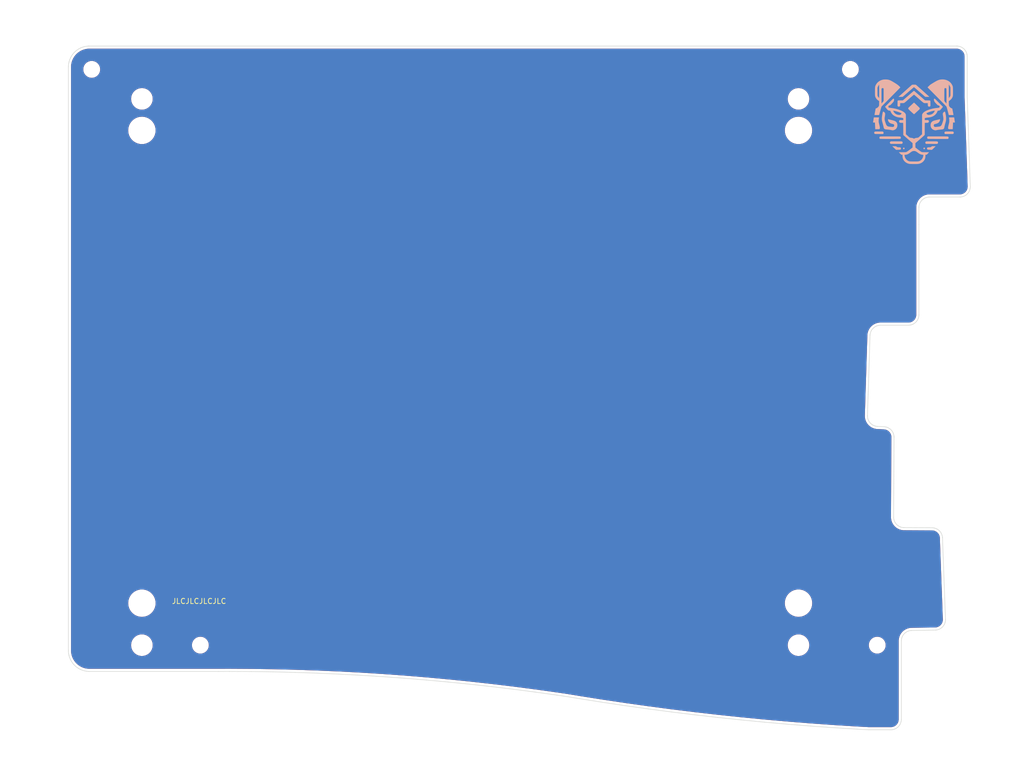
<source format=kicad_pcb>
(kicad_pcb (version 20211014) (generator pcbnew)
  (layers (0 "F.Cu" signal) (31 "B.Cu" signal) (34 "B.Paste" user) (35 "F.Paste" user) (36 "B.SilkS" user "B.Silkscreen") (37 "F.SilkS" user "F.Silkscreen") (38 "B.Mask" user) (39 "F.Mask" user) (44 "Edge.Cuts" user))
  (net 0 "")
  (footprint "" (layer "F.Cu") (at 65.829206 142.618025 180)
    (fp_text reference "" (at 0 0) (layer "F.SilkS") (effects (font (size 1.27 1.27))))
    (fp_text value "" (at 0 0) (layer "F.SilkS") (effects (font (size 1.27 1.27))))
    (pad "" np_thru_hole circle (at 0 0 88.4) (size 3.1 3.1) (drill 3.1) (layers F&B.Cu *.Mask))
  )
  (footprint "" (layer "F.Cu") (at 56.274206 33.000525)
    (fp_text reference "" (at 0 0) (layer "F.SilkS") (effects (font (size 1.27 1.27))))
    (fp_text value "" (at 0 0) (layer "F.SilkS") (effects (font (size 1.27 1.27))))
    (pad "" np_thru_hole circle (at 0 0 90) (size 2.2 2.2) (drill 2.2) (layers F&B.Cu *.Mask))
  )
  (footprint "" (layer "F.Cu") (at 190.829206 38.618025)
    (fp_text reference "" (at 0 0) (layer "F.SilkS") (effects (font (size 1.27 1.27))))
    (fp_text value "" (at 0 0) (layer "F.SilkS") (effects (font (size 1.27 1.27))))
    (pad "" np_thru_hole circle (at 0 0 268.4) (size 3.1 3.1) (drill 3.1) (layers F&B.Cu *.Mask))
  )
  (footprint "" (layer "F.Cu") (at 65.829206 38.618025)
    (fp_text reference "" (at 0 0) (layer "F.SilkS") (effects (font (size 1.27 1.27))))
    (fp_text value "" (at 0 0) (layer "F.SilkS") (effects (font (size 1.27 1.27))))
    (pad "" np_thru_hole circle (at 0 0 268.4) (size 3.1 3.1) (drill 3.1) (layers F&B.Cu *.Mask))
  )
  (footprint "" (layer "F.Cu") (at 190.829206 142.618025 180)
    (fp_text reference "" (at 0 0) (layer "F.SilkS") (effects (font (size 1.27 1.27))))
    (fp_text value "" (at 0 0) (layer "F.SilkS") (effects (font (size 1.27 1.27))))
    (pad "" np_thru_hole circle (at 0 0 88.4) (size 3.1 3.1) (drill 3.1) (layers F&B.Cu *.Mask))
  )
  (footprint "" (layer "F.Cu") (at 190.829206 134.618025 180)
    (fp_text reference "" (at 0 0) (layer "F.SilkS") (effects (font (size 1.27 1.27))))
    (fp_text value "" (at 0 0) (layer "F.SilkS") (effects (font (size 1.27 1.27))))
    (pad "" np_thru_hole circle (at 0 0 88.4) (size 4.2 4.2) (drill 4.2) (layers F&B.Cu *.Mask))
  )
  (footprint "" (layer "F.Cu") (at 205.816706 142.618025)
    (fp_text reference "" (at 0 0) (layer "F.SilkS") (effects (font (size 1.27 1.27))))
    (fp_text value "" (at 0 0) (layer "F.SilkS") (effects (font (size 1.27 1.27))))
    (pad "" np_thru_hole circle (at 0 0 90) (size 2.2 2.2) (drill 2.2) (layers F&B.Cu *.Mask))
  )
  (footprint "" (layer "F.Cu") (at 65.829206 44.618025)
    (fp_text reference "" (at 0 0) (layer "F.SilkS") (effects (font (size 1.27 1.27))))
    (fp_text value "" (at 0 0) (layer "F.SilkS") (effects (font (size 1.27 1.27))))
    (pad "" np_thru_hole circle (at 0 0 268.4) (size 4.2 4.2) (drill 4.2) (layers F&B.Cu *.Mask))
  )
  (footprint "" (layer "F.Cu") (at 200.711706 33.000525)
    (fp_text reference "" (at 0 0) (layer "F.SilkS") (effects (font (size 1.27 1.27))))
    (fp_text value "" (at 0 0) (layer "F.SilkS") (effects (font (size 1.27 1.27))))
    (pad "" np_thru_hole circle (at 0 0 90) (size 2.2 2.2) (drill 2.2) (layers F&B.Cu *.Mask))
  )
  (footprint "" (layer "F.Cu") (at 65.829206 134.618025 180)
    (fp_text reference "" (at 0 0) (layer "F.SilkS") (effects (font (size 1.27 1.27))))
    (fp_text value "" (at 0 0) (layer "F.SilkS") (effects (font (size 1.27 1.27))))
    (pad "" np_thru_hole circle (at 0 0 88.4) (size 4.2 4.2) (drill 4.2) (layers F&B.Cu *.Mask))
  )
  (footprint "" (layer "F.Cu") (at 190.829206 44.618025)
    (fp_text reference "" (at 0 0) (layer "F.SilkS") (effects (font (size 1.27 1.27))))
    (fp_text value "" (at 0 0) (layer "F.SilkS") (effects (font (size 1.27 1.27))))
    (pad "" np_thru_hole circle (at 0 0 268.4) (size 4.2 4.2) (drill 4.2) (layers F&B.Cu *.Mask))
  )
  (footprint "" (layer "F.Cu") (at 76.959206 142.618025)
    (fp_text reference "" (at 0 0) (layer "F.SilkS") (effects (font (size 1.27 1.27))))
    (fp_text value "" (at 0 0) (layer "F.SilkS") (effects (font (size 1.27 1.27))))
    (pad "" np_thru_hole circle (at 0 0 90) (size 2.2 2.2) (drill 2.2) (layers F&B.Cu *.Mask))
  )
  (footprint "LOGO" (layer "B.Cu") (at 212.801706 42.652525 180)
    (fp_text reference "G***" hide)
    (fp_text value "LOGO" hide)
  )
  (gr_line (start 222.979217 56.696817) (end 222.761552 56.891514) (layer "Edge.Cuts") (width 0.1))
  (gr_line (start 212.341127 139.819279) (end 212.201446 139.82627) (layer "Edge.Cuts") (width 0.1))
  (gr_line (start 211.408346 140.082822) (end 211.176329 140.238977) (layer "Edge.Cuts") (width 0.1))
  (gr_line (start 206.445998 81.705525) (end 206.306025 81.707869) (layer "Edge.Cuts") (width 0.1))
  (gr_line (start 210.165348 157.690238) (end 210.010875 157.9306) (layer "Edge.Cuts") (width 0.1))
  (gr_line (start 51.829206 143.618025) (end 51.829206 32.555525) (layer "Edge.Cuts") (width 0.1))
  (gr_line (start 218.18803 121.778477) (end 218.236613 122.052259) (layer "Edge.Cuts") (width 0.1))
  (gr_line (start 80.404206 147.618025) (end 55.829206 147.618025) (layer "Edge.Cuts") (width 0.1))
  (gr_line (start 210.927825 120.235112) (end 216.256364 120.26439) (layer "Edge.Cuts") (width 0.1))
  (gr_line (start 213.170217 81.121531) (end 212.954284 81.308636) (layer "Edge.Cuts") (width 0.1))
  (gr_line (start 208.795468 102.100792) (end 208.90643 102.355354) (layer "Edge.Cuts") (width 0.1))
  (gr_line (start 217.639128 120.826535) (end 217.824868 121.03346) (layer "Edge.Cuts") (width 0.1))
  (gr_line (start 222.905888 30.129828) (end 222.946549 30.412657) (layer "Edge.Cuts") (width 0.1))
  (gr_line (start 218.101991 121.514064) (end 218.18803 121.778477) (layer "Edge.Cuts") (width 0.1))
  (gr_line (start 209.730067 119.8317) (end 209.96956 119.987453) (layer "Edge.Cuts") (width 0.1))
  (gr_line (start 208.269451 101.461679) (end 208.473887 101.649616) (layer "Edge.Cuts") (width 0.1))
  (gr_line (start 213.511798 80.665238) (end 213.357325 80.9056) (layer "Edge.Cuts") (width 0.1))
  (gr_line (start 52.06076 31.207154) (end 52.21107 30.844274) (layer "Edge.Cuts") (width 0.1))
  (gr_line (start 213.754206 59.305525) (end 213.754206 62.493745) (layer "Edge.Cuts") (width 0.1))
  (gr_line (start 210.010875 157.9306) (end 209.823767 158.146531) (layer "Edge.Cuts") (width 0.1))
  (gr_line (start 207.792873 101.179107) (end 208.040982 101.303831) (layer "Edge.Cuts") (width 0.1))
  (gr_line (start 216.395378 120.267542) (end 216.670542 120.307569) (layer "Edge.Cuts") (width 0.1))
  (gr_line (start 119.966068 149.255407) (end 115.810621 148.914816) (layer "Edge.Cuts") (width 0.1))
  (gr_line (start 52.396205 145.67568) (end 52.211048 145.32928) (layer "Edge.Cuts") (width 0.1))
  (gr_line (start 221.648864 28.679121) (end 221.908779 28.797822) (layer "Edge.Cuts") (width 0.1))
  (gr_line (start 210.405207 156.873385) (end 210.364541 157.156195) (layer "Edge.Cuts") (width 0.1))
  (gr_line (start 217.576236 139.599945) (end 217.304389 139.689883) (layer "Edge.Cuts") (width 0.1))
  (gr_line (start 209.515174 119.643453) (end 209.730067 119.8317) (layer "Edge.Cuts") (width 0.1))
  (gr_line (start 218.783884 138.103118) (end 218.713163 138.380586) (layer "Edge.Cuts") (width 0.1))
  (gr_line (start 51.870087 144.205302) (end 51.831585 143.814415) (layer "Edge.Cuts") (width 0.1))
  (gr_line (start 209.019627 103.0369) (end 208.938842 118.224504) (layer "Edge.Cuts") (width 0.1))
  (gr_line (start 208.040982 101.303831) (end 208.269451 101.461679) (layer "Edge.Cuts") (width 0.1))
  (gr_line (start 209.823767 158.146531) (end 209.607834 158.333636) (layer "Edge.Cuts") (width 0.1))
  (gr_line (start 218.814311 137.8184) (end 218.783884 138.103118) (layer "Edge.Cuts") (width 0.1))
  (gr_line (start 209.107572 158.606799) (end 208.833427 158.687295) (layer "Edge.Cuts") (width 0.1))
  (gr_line (start 222.365098 29.139424) (end 222.552214 29.35537) (layer "Edge.Cuts") (width 0.1))
  (gr_line (start 209.96956 119.987453) (end 210.228779 120.107542) (layer "Edge.Cuts") (width 0.1))
  (gr_line (start 107.490963 148.35207) (end 103.327502 148.129966) (layer "Edge.Cuts") (width 0.1))
  (gr_line (start 222.946549 30.412657) (end 222.949006 30.555525) (layer "Edge.Cuts") (width 0.1))
  (gr_line (start 206.306025 81.707869) (end 206.028816 81.746908) (layer "Edge.Cuts") (width 0.1))
  (gr_line (start 210.407756 156.730525) (end 210.405207 156.873385) (layer "Edge.Cuts") (width 0.1))
  (gr_line (start 203.959424 99.046602) (end 203.99027 99.327425) (layer "Edge.Cuts") (width 0.1))
  (gr_line (start 209.058809 118.924885) (end 209.176095 119.185384) (layer "Edge.Cuts") (width 0.1))
  (gr_line (start 218.277618 139.114198) (end 218.067876 139.30913) (layer "Edge.Cuts") (width 0.1))
  (gr_line (start 204.92464 100.682767) (end 205.176127 100.811481) (layer "Edge.Cuts") (width 0.1))
  (gr_line (start 213.754206 62.493745) (end 213.754206 79.705525) (layer "Edge.Cuts") (width 0.1))
  (gr_line (start 203.96148 98.90534) (end 203.959424 99.046602) (layer "Edge.Cuts") (width 0.1))
  (gr_line (start 124.118093 149.635438) (end 119.966068 149.255407) (layer "Edge.Cuts") (width 0.1))
  (gr_line (start 223.318677 56.223433) (end 223.166251 56.472533) (layer "Edge.Cuts") (width 0.1))
  (gr_line (start 223.166251 56.472533) (end 222.979217 56.696817) (layer "Edge.Cuts") (width 0.1))
  (gr_line (start 205.176127 100.811481) (end 205.443225 100.903524) (layer "Edge.Cuts") (width 0.1))
  (gr_line (start 212.201446 139.82627) (end 211.925953 139.874437) (layer "Edge.Cuts") (width 0.1))
  (gr_line (start 146.876006 152.431325) (end 144.813816 152.125856) (layer "Edge.Cuts") (width 0.1))
  (gr_line (start 132.410384 150.513676) (end 128.266323 150.054873) (layer "Edge.Cuts") (width 0.1))
  (gr_line (start 213.756651 59.162656) (end 213.754206 59.305525) (layer "Edge.Cuts") (width 0.1))
  (gr_line (start 205.720617 100.957065) (end 205.86158 100.966482) (layer "Edge.Cuts") (width 0.1))
  (gr_line (start 218.603593 138.645131) (end 218.457416 138.891347) (layer "Edge.Cuts") (width 0.1))
  (gr_line (start 213.877811 58.605662) (end 213.797312 58.879826) (layer "Edge.Cuts") (width 0.1))
  (gr_line (start 157.844882 154.141217) (end 153.452801 153.486432) (layer "Edge.Cuts") (width 0.1))
  (gr_line (start 55.241928 147.577118) (end 54.856696 147.500491) (layer "Edge.Cuts") (width 0.1))
  (gr_line (start 103.327502 148.129966) (end 99.16212 147.947403) (layer "Edge.Cuts") (width 0.1))
  (gr_line (start 53.771547 147.051011) (end 53.444962 146.832796) (layer "Edge.Cuts") (width 0.1))
  (gr_line (start 222.517885 57.052485) (end 222.253398 57.176305) (layer "Edge.Cuts") (width 0.1))
  (gr_line (start 53.141339 146.58362) (end 52.863601 146.305884) (layer "Edge.Cuts") (width 0.1))
  (gr_line (start 209.018066 102.898043) (end 209.019627 103.0369) (layer "Edge.Cuts") (width 0.1))
  (gr_line (start 223.539971 55.382153) (end 223.507546 55.672383) (layer "Edge.Cuts") (width 0.1))
  (gr_line (start 216.670542 120.307569) (end 216.937508 120.385326) (layer "Edge.Cuts") (width 0.1))
  (gr_line (start 52.614423 146.002263) (end 52.396205 145.67568) (layer "Edge.Cuts") (width 0.1))
  (gr_line (start 211.754206 81.705525) (end 206.445998 81.705525) (layer "Edge.Cuts") (width 0.1))
  (gr_line (start 205.759759 81.824224) (end 205.504113 81.938306) (layer "Edge.Cuts") (width 0.1))
  (gr_line (start 53.141352 29.589935) (end 53.444973 29.34076) (layer "Edge.Cuts") (width 0.1))
  (gr_line (start 221.091874 28.557953) (end 221.374702 28.598619) (layer "Edge.Cuts") (width 0.1))
  (gr_line (start 204.709632 82.707927) (end 204.587484 82.959818) (layer "Edge.Cuts") (width 0.1))
  (gr_line (start 222.761552 56.891514) (end 222.517885 57.052485) (layer "Edge.Cuts") (width 0.1))
  (gr_line (start 211.897066 81.702958) (end 211.754206 81.705525) (layer "Edge.Cuts") (width 0.1))
  (gr_line (start 223.433254 55.954812) (end 223.318677 56.223433) (layer "Edge.Cuts") (width 0.1))
  (gr_line (start 208.938842 118.224504) (end 208.940632 118.367358) (layer "Edge.Cuts") (width 0.1))
  (gr_line (start 166.645086 155.337648) (end 162.242419 154.758304) (layer "Edge.Cuts") (width 0.1))
  (gr_line (start 213.710991 80.131195) (end 213.630492 80.40534) (layer "Edge.Cuts") (width 0.1))
  (gr_line (start 222.149154 28.952304) (end 222.365098 29.139424) (layer "Edge.Cuts") (width 0.1))
  (gr_line (start 214.794429 57.547818) (end 214.554051 57.7023) (layer "Edge.Cuts") (width 0.1))
  (gr_line (start 210.228779 120.107542) (end 210.502449 120.189522) (layer "Edge.Cuts") (width 0.1))
  (gr_line (start 207.257105 101.037945) (end 207.529895 101.089907) (layer "Edge.Cuts") (width 0.1))
  (gr_line (start 221.973715 57.260343) (end 221.684783 57.302811) (layer "Edge.Cuts") (width 0.1))
  (gr_line (start 82.488892 147.612834) (end 80.404206 147.618025) (layer "Edge.Cuts") (width 0.1))
  (gr_line (start 208.650357 101.864028) (end 208.795468 102.100792) (layer "Edge.Cuts") (width 0.1))
  (gr_line (start 222.949044 38.266369) (end 222.949646 38.301068) (layer "Edge.Cuts") (width 0.1))
  (gr_line (start 212.454022 81.581799) (end 212.179877 81.662295) (layer "Edge.Cuts") (width 0.1))
  (gr_line (start 171.052561 155.879206) (end 166.645086 155.337648) (layer "Edge.Cuts") (width 0.1))
  (gr_line (start 222.706693 29.595749) (end 222.82539 29.855665) (layer "Edge.Cuts") (width 0.1))
  (gr_line (start 153.452801 153.486432) (end 149.066498 152.793997) (layer "Edge.Cuts") (width 0.1))
  (gr_line (start 52.060736 144.9664) (end 51.946716 144.590534) (layer "Edge.Cuts") (width 0.1))
  (gr_line (start 216.879486 139.747376) (end 212.341127 139.819279) (layer "Edge.Cuts") (width 0.1))
  (gr_line (start 217.426516 120.647335) (end 217.639128 120.826535) (layer "Edge.Cuts") (width 0.1))
  (gr_line (start 210.968328 140.425932) (end 210.788402 140.640042) (layer "Edge.Cuts") (width 0.1))
  (gr_line (start 204.865715 82.475532) (end 204.709632 82.707927) (layer "Edge.Cuts") (width 0.1))
  (gr_line (start 203.99027 99.327425) (end 204.060329 99.601113) (layer "Edge.Cuts") (width 0.1))
  (gr_line (start 216.256364 120.26439) (end 216.395378 120.267542) (layer "Edge.Cuts") (width 0.1))
  (gr_line (start 207.118545 101.028708) (end 207.257105 101.037945) (layer "Edge.Cuts") (width 0.1))
  (gr_line (start 210.788402 140.640042) (end 210.640058 140.877131) (layer "Edge.Cuts") (width 0.1))
  (gr_line (start 193.150687 158.018913) (end 188.724045 157.666826) (layer "Edge.Cuts") (width 0.1))
  (gr_line (start 209.607834 158.333636) (end 209.367472 158.488107) (layer "Edge.Cuts") (width 0.1))
  (gr_line (start 222.253398 57.176305) (end 221.973715 57.260343) (layer "Edge.Cuts") (width 0.1))
  (gr_line (start 221.374702 28.598619) (end 221.648864 28.679121) (layer "Edge.Cuts") (width 0.1))
  (gr_line (start 223.507546 55.672383) (end 223.433254 55.954812) (layer "Edge.Cuts") (width 0.1))
  (gr_line (start 90.827094 147.700962) (end 86.658202 147.637105) (layer "Edge.Cuts") (width 0.1))
  (gr_line (start 51.831585 143.814415) (end 51.829206 143.618025) (layer "Edge.Cuts") (width 0.1))
  (gr_line (start 208.473887 101.649616) (end 208.650357 101.864028) (layer "Edge.Cuts") (width 0.1))
  (gr_line (start 51.946742 31.583019) (end 52.06076 31.207154) (layer "Edge.Cuts") (width 0.1))
  (gr_line (start 216.937508 120.385326) (end 217.191129 120.499314) (layer "Edge.Cuts") (width 0.1))
  (gr_line (start 217.824868 121.03346) (end 217.980154 121.264118) (layer "Edge.Cuts") (width 0.1))
  (gr_line (start 54.8567 28.673062) (end 55.24193 28.596435) (layer "Edge.Cuts") (width 0.1))
  (gr_line (start 208.981108 102.622818) (end 209.018066 102.898043) (layer "Edge.Cuts") (width 0.1))
  (gr_line (start 218.713163 138.380586) (end 218.603593 138.645131) (layer "Edge.Cuts") (width 0.1))
  (gr_line (start 54.117955 28.937389) (end 54.480835 28.78708) (layer "Edge.Cuts") (width 0.1))
  (gr_line (start 218.244033 122.19111) (end 218.811514 137.675237) (layer "Edge.Cuts") (width 0.1))
  (gr_line (start 52.863616 29.867671) (end 53.141352 29.589935) (layer "Edge.Cuts") (width 0.1))
  (gr_line (start 184.300586 157.276781) (end 179.880636 156.848809) (layer "Edge.Cuts") (width 0.1))
  (gr_line (start 218.457416 138.891347) (end 218.277618 139.114198) (layer "Edge.Cuts") (width 0.1))
  (gr_line (start 94.995192 147.804398) (end 90.827094 147.700962) (layer "Edge.Cuts") (width 0.1))
  (gr_line (start 206.028816 81.746908) (end 205.759759 81.824224) (layer "Edge.Cuts") (width 0.1))
  (gr_line (start 51.946716 144.590534) (end 51.870087 144.205302) (layer "Edge.Cuts") (width 0.1))
  (gr_line (start 222.95021 38.318411) (end 223.537561 55.236131) (layer "Edge.Cuts") (width 0.1))
  (gr_line (start 218.067876 139.30913) (end 217.832478 139.472156) (layer "Edge.Cuts") (width 0.1))
  (gr_line (start 188.724045 157.666826) (end 184.300586 157.276781) (layer "Edge.Cuts") (width 0.1))
  (gr_line (start 211.176329 140.238977) (end 210.968328 140.425932) (layer "Edge.Cuts") (width 0.1))
  (gr_line (start 52.863601 146.305884) (end 52.614423 146.002263) (layer "Edge.Cuts") (width 0.1))
  (gr_line (start 210.364541 157.156195) (end 210.284042 157.43034) (layer "Edge.Cuts") (width 0.1))
  (gr_line (start 175.464519 156.382939) (end 171.052561 155.879206) (layer "Edge.Cuts") (width 0.1))
  (gr_line (start 204.447009 83.641937) (end 203.96148 98.90534) (layer "Edge.Cuts") (width 0.1))
  (gr_line (start 115.810621 148.914816) (end 111.652128 148.613694) (layer "Edge.Cuts") (width 0.1))
  (gr_line (start 204.587484 82.959818) (end 204.501656 83.226281) (layer "Edge.Cuts") (width 0.1))
  (gr_line (start 99.16212 147.947403) (end 94.995192 147.804398) (layer "Edge.Cuts") (width 0.1))
  (gr_line (start 111.652128 148.613694) (end 107.490963 148.35207) (layer "Edge.Cuts") (width 0.1))
  (gr_line (start 213.630492 80.40534) (end 213.511798 80.665238) (layer "Edge.Cuts") (width 0.1))
  (gr_line (start 213.357325 80.9056) (end 213.170217 81.121531) (layer "Edge.Cuts") (width 0.1))
  (gr_line (start 54.480835 28.78708) (end 54.8567 28.673062) (layer "Edge.Cuts") (width 0.1))
  (gr_line (start 213.996509 58.345745) (end 213.877811 58.605662) (layer "Edge.Cuts") (width 0.1))
  (gr_line (start 149.066498 152.793997) (end 146.876006 152.431325) (layer "Edge.Cuts") (width 0.1))
  (gr_line (start 210.449023 141.401389) (end 210.410056 141.678333) (layer "Edge.Cuts") (width 0.1))
  (gr_line (start 55.632817 28.557935) (end 55.829206 28.555525) (layer "Edge.Cuts") (width 0.1))
  (gr_line (start 86.658202 147.637105) (end 82.488892 147.612834) (layer "Edge.Cuts") (width 0.1))
  (gr_line (start 207.529895 101.089907) (end 207.792873 101.179107) (layer "Edge.Cuts") (width 0.1))
  (gr_line (start 52.21107 30.844274) (end 52.396224 30.497875) (layer "Edge.Cuts") (width 0.1))
  (gr_line (start 204.488107 100.326251) (end 204.693768 100.519943) (layer "Edge.Cuts") (width 0.1))
  (gr_line (start 53.771556 29.122544) (end 54.117955 28.937389) (layer "Edge.Cuts") (width 0.1))
  (gr_line (start 204.453826 83.50211) (end 204.447009 83.641937) (layer "Edge.Cuts") (width 0.1))
  (gr_line (start 218.236613 122.052259) (end 218.244033 122.19111) (layer "Edge.Cuts") (width 0.1))
  (gr_line (start 205.504113 81.938306) (end 205.266875 82.086924) (layer "Edge.Cuts") (width 0.1))
  (gr_line (start 215.328508 57.348616) (end 215.054345 57.429118) (layer "Edge.Cuts") (width 0.1))
  (gr_line (start 217.304389 139.689883) (end 217.022494 139.740133) (layer "Edge.Cuts") (width 0.1))
  (gr_line (start 55.829206 147.618025) (end 55.632816 147.615616) (layer "Edge.Cuts") (width 0.1))
  (gr_line (start 53.444962 146.832796) (end 53.141339 146.58362) (layer "Edge.Cuts") (width 0.1))
  (gr_line (start 54.480829 147.386474) (end 54.117948 147.236165) (layer "Edge.Cuts") (width 0.1))
  (gr_line (start 204.311749 100.105546) (end 204.488107 100.326251) (layer "Edge.Cuts") (width 0.1))
  (gr_line (start 144.813816 152.125856) (end 140.684503 151.549214) (layer "Edge.Cuts") (width 0.1))
  (gr_line (start 52.211048 145.32928) (end 52.060736 144.9664) (layer "Edge.Cuts") (width 0.1))
  (gr_line (start 218.811514 137.675237) (end 218.814311 137.8184) (layer "Edge.Cuts") (width 0.1))
  (gr_line (start 205.05268 82.267173) (end 204.865715 82.475532) (layer "Edge.Cuts") (width 0.1))
  (gr_line (start 212.179877 81.662295) (end 211.897066 81.702958) (layer "Edge.Cuts") (width 0.1))
  (gr_line (start 217.191129 120.499314) (end 217.426516 120.647335) (layer "Edge.Cuts") (width 0.1))
  (gr_line (start 208.407756 158.730525) (end 204.229206 158.730525) (layer "Edge.Cuts") (width 0.1))
  (gr_line (start 210.640058 140.877131) (end 210.526192 141.132573) (layer "Edge.Cuts") (width 0.1))
  (gr_line (start 222.82539 29.855665) (end 222.905888 30.129828) (layer "Edge.Cuts") (width 0.1))
  (gr_line (start 52.61444 30.171292) (end 52.863616 29.867671) (layer "Edge.Cuts") (width 0.1))
  (gr_line (start 210.526192 141.132573) (end 210.449023 141.401389) (layer "Edge.Cuts") (width 0.1))
  (gr_line (start 136.549901 151.011805) (end 132.410384 150.513676) (layer "Edge.Cuts") (width 0.1))
  (gr_line (start 209.329256 119.426543) (end 209.515174 119.643453) (layer "Edge.Cuts") (width 0.1))
  (gr_line (start 208.979785 118.650347) (end 209.058809 118.924885) (layer "Edge.Cuts") (width 0.1))
  (gr_line (start 220.949006 28.555525) (end 221.091874 28.557953) (layer "Edge.Cuts") (width 0.1))
  (gr_line (start 213.754206 79.705525) (end 213.751657 79.848385) (layer "Edge.Cuts") (width 0.1))
  (gr_line (start 217.832478 139.472156) (end 217.576236 139.599945) (layer "Edge.Cuts") (width 0.1))
  (gr_line (start 222.949006 30.555525) (end 222.949006 38.249017) (layer "Edge.Cuts") (width 0.1))
  (gr_line (start 210.407756 141.818169) (end 210.407756 156.730525) (layer "Edge.Cuts") (width 0.1))
  (gr_line (start 179.880636 156.848809) (end 175.464519 156.382939) (layer "Edge.Cuts") (width 0.1))
  (gr_line (start 55.632816 147.615616) (end 55.241928 147.577118) (layer "Edge.Cuts") (width 0.1))
  (gr_line (start 223.537561 55.236131) (end 223.539971 55.382153) (layer "Edge.Cuts") (width 0.1))
  (gr_line (start 205.86158 100.966482) (end 207.118545 101.028708) (layer "Edge.Cuts") (width 0.1))
  (gr_line (start 128.266323 150.054873) (end 124.118093 149.635438) (layer "Edge.Cuts") (width 0.1))
  (gr_line (start 208.940632 118.367358) (end 208.979785 118.650347) (layer "Edge.Cuts") (width 0.1))
  (gr_line (start 212.954284 81.308636) (end 212.713922 81.463107) (layer "Edge.Cuts") (width 0.1))
  (gr_line (start 214.150989 58.105366) (end 213.996509 58.345745) (layer "Edge.Cuts") (width 0.1))
  (gr_line (start 212.713922 81.463107) (end 212.454022 81.581799) (layer "Edge.Cuts") (width 0.1))
  (gr_line (start 214.554051 57.7023) (end 214.338106 57.889419) (layer "Edge.Cuts") (width 0.1))
  (gr_line (start 54.117948 147.236165) (end 53.771547 147.051011) (layer "Edge.Cuts") (width 0.1))
  (gr_line (start 208.833427 158.687295) (end 208.550616 158.727958) (layer "Edge.Cuts") (width 0.1))
  (gr_line (start 55.829206 28.555525) (end 220.949006 28.555525) (layer "Edge.Cuts") (width 0.1))
  (gr_line (start 205.266875 82.086924) (end 205.05268 82.267173) (layer "Edge.Cuts") (width 0.1))
  (gr_line (start 197.580186 158.333017) (end 193.150687 158.018913) (layer "Edge.Cuts") (width 0.1))
  (gr_line (start 217.980154 121.264118) (end 218.101991 121.514064) (layer "Edge.Cuts") (width 0.1))
  (gr_line (start 215.611337 57.307952) (end 215.328508 57.348616) (layer "Edge.Cuts") (width 0.1))
  (gr_line (start 202.012216 158.609115) (end 197.580186 158.333017) (layer "Edge.Cuts") (width 0.1))
  (gr_line (start 51.870115 31.968249) (end 51.946742 31.583019) (layer "Edge.Cuts") (width 0.1))
  (gr_line (start 222.949646 38.301068) (end 222.95021 38.318411) (layer "Edge.Cuts") (width 0.1))
  (gr_line (start 140.684503 151.549214) (end 136.549901 151.011805) (layer "Edge.Cuts") (width 0.1))
  (gr_line (start 204.693768 100.519943) (end 204.92464 100.682767) (layer "Edge.Cuts") (width 0.1))
  (gr_line (start 217.022494 139.740133) (end 216.879486 139.747376) (layer "Edge.Cuts") (width 0.1))
  (gr_line (start 222.552214 29.35537) (end 222.706693 29.595749) (layer "Edge.Cuts") (width 0.1))
  (gr_line (start 210.410056 141.678333) (end 210.407756 141.818169) (layer "Edge.Cuts") (width 0.1))
  (gr_line (start 214.338106 57.889419) (end 214.150989 58.105366) (layer "Edge.Cuts") (width 0.1))
  (gr_line (start 221.538765 57.305525) (end 215.754206 57.305525) (layer "Edge.Cuts") (width 0.1))
  (gr_line (start 53.444973 29.34076) (end 53.771556 29.122544) (layer "Edge.Cuts") (width 0.1))
  (gr_line (start 215.054345 57.429118) (end 214.794429 57.547818) (layer "Edge.Cuts") (width 0.1))
  (gr_line (start 211.925953 139.874437) (end 211.659856 139.960513) (layer "Edge.Cuts") (width 0.1))
  (gr_line (start 221.684783 57.302811) (end 221.538765 57.305525) (layer "Edge.Cuts") (width 0.1))
  (gr_line (start 204.060329 99.601113) (end 204.168204 99.862219) (layer "Edge.Cuts") (width 0.1))
  (gr_line (start 210.502449 120.189522) (end 210.784999 120.231726) (layer "Edge.Cuts") (width 0.1))
  (gr_line (start 51.829206 32.555525) (end 51.831615 32.359136) (layer "Edge.Cuts") (width 0.1))
  (gr_line (start 215.754206 57.305525) (end 215.611337 57.307952) (layer "Edge.Cuts") (width 0.1))
  (gr_line (start 210.284042 157.43034) (end 210.165348 157.690238) (layer "Edge.Cuts") (width 0.1))
  (gr_line (start 208.90643 102.355354) (end 208.981108 102.622818) (layer "Edge.Cuts") (width 0.1))
  (gr_line (start 205.443225 100.903524) (end 205.720617 100.957065) (layer "Edge.Cuts") (width 0.1))
  (gr_line (start 222.949006 38.249017) (end 222.949044 38.266369) (layer "Edge.Cuts") (width 0.1))
  (gr_line (start 51.831615 32.359136) (end 51.870115 31.968249) (layer "Edge.Cuts") (width 0.1))
  (gr_line (start 209.367472 158.488107) (end 209.107572 158.606799) (layer "Edge.Cuts") (width 0.1))
  (gr_line (start 52.396224 30.497875) (end 52.61444 30.171292) (layer "Edge.Cuts") (width 0.1))
  (gr_line (start 204.229206 158.730525) (end 202.012216 158.609115) (layer "Edge.Cuts") (width 0.1))
  (gr_line (start 162.242419 154.758304) (end 157.844882 154.141217) (layer "Edge.Cuts") (width 0.1))
  (gr_line (start 208.550616 158.727958) (end 208.407756 158.730525) (layer "Edge.Cuts") (width 0.1))
  (gr_line (start 213.751657 79.848385) (end 213.710991 80.131195) (layer "Edge.Cuts") (width 0.1))
  (gr_line (start 209.176095 119.185384) (end 209.329256 119.426543) (layer "Edge.Cuts") (width 0.1))
  (gr_line (start 54.856696 147.500491) (end 54.480829 147.386474) (layer "Edge.Cuts") (width 0.1))
  (gr_line (start 211.659856 139.960513) (end 211.408346 140.082822) (layer "Edge.Cuts") (width 0.1))
  (gr_line (start 213.797312 58.879826) (end 213.756651 59.162656) (layer "Edge.Cuts") (width 0.1))
  (gr_line (start 221.908779 28.797822) (end 222.149154 28.952304) (layer "Edge.Cuts") (width 0.1))
  (gr_line (start 55.24193 28.596435) (end 55.632817 28.557935) (layer "Edge.Cuts") (width 0.1))
  (gr_line (start 204.168204 99.862219) (end 204.311749 100.105546) (layer "Edge.Cuts") (width 0.1))
  (gr_line (start 204.501656 83.226281) (end 204.453826 83.50211) (layer "Edge.Cuts") (width 0.1))
  (gr_line (start 210.784999 120.231726) (end 210.927825 120.235112) (layer "Edge.Cuts") (width 0.1))
  (gr_text "JLCJLCJLCJLC" (at 76.711706 134.242525) (layer "F.SilkS") (effects (font (size 1 1))))
  (zone (net 0) (net_name "") (layers F&B.Cu) (connect_pads (clearance 0.508)) (min_thickness 0.254) (fill yes (thermal_gap 0.508) (thermal_bridge_width 0.508))
    (polygon (pts (xy 230.581706 167.112525) (xy 38.811706 158.222525) (xy 44.526706 21.062525) (xy 233.756706 19.792525)))
  )
)
</source>
